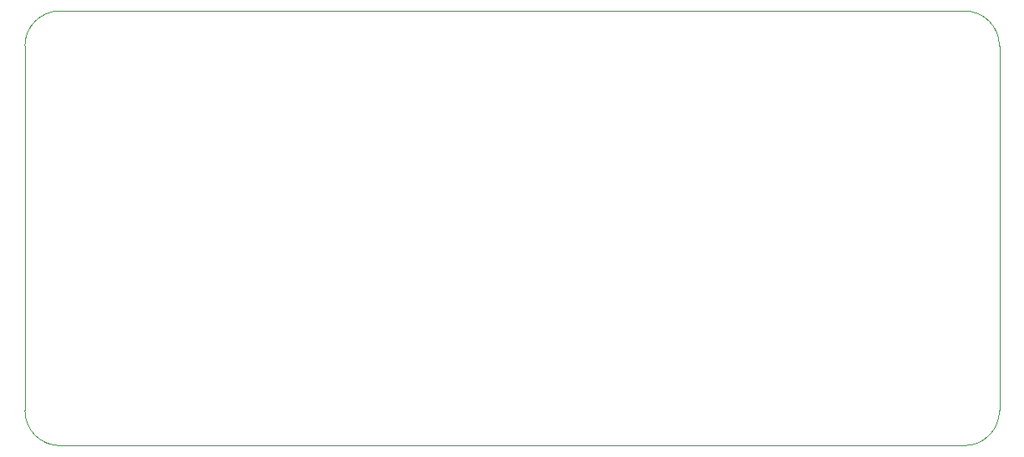
<source format=gbr>
%TF.GenerationSoftware,KiCad,Pcbnew,(6.0.10-0)*%
%TF.CreationDate,2023-03-25T14:15:02-04:00*%
%TF.ProjectId,Shuttle Tracker Node,53687574-746c-4652-9054-7261636b6572,rev?*%
%TF.SameCoordinates,Original*%
%TF.FileFunction,Profile,NP*%
%FSLAX46Y46*%
G04 Gerber Fmt 4.6, Leading zero omitted, Abs format (unit mm)*
G04 Created by KiCad (PCBNEW (6.0.10-0)) date 2023-03-25 14:15:02*
%MOMM*%
%LPD*%
G01*
G04 APERTURE LIST*
%TA.AperFunction,Profile*%
%ADD10C,0.100000*%
%TD*%
G04 APERTURE END LIST*
D10*
X225044000Y-121920000D02*
G75*
G03*
X228600000Y-118364000I0J3556000D01*
G01*
X228600000Y-81343500D02*
G75*
G03*
X225044000Y-77787500I-3556000J0D01*
G01*
X133286500Y-77787500D02*
G75*
G03*
X129730500Y-81343500I0J-3556000D01*
G01*
X228600000Y-118364000D02*
X228600000Y-81343500D01*
X129730500Y-81343500D02*
X129730500Y-118364000D01*
X129730500Y-118364000D02*
G75*
G03*
X133286500Y-121920000I3556000J0D01*
G01*
X225044000Y-77787500D02*
X133286500Y-77787500D01*
X133286500Y-121920000D02*
X225044000Y-121920000D01*
M02*

</source>
